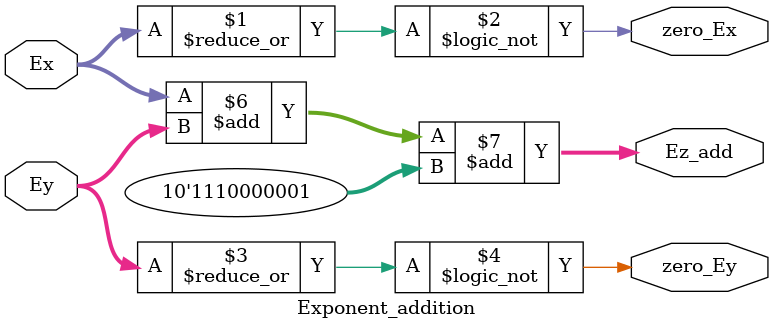
<source format=v>
module Exponent_addition 
(
input 	wire 	[7:0]	Ex,Ey, 
output  wire             zero_Ex,zero_Ey,
output  reg     [9:0]        Ez_add
//output  reg                zero_caseflag

);

//reg   [8:0]     Ez;

assign zero_Ex = ~| Ex ;
assign zero_Ey = ~| Ey ;


always @ (*) 
	begin
		Ez_add = Ex + Ey + 10'b 1110000001 ;
		
	/*	if (Ez < -8'd23)    to be handeld in exception block 
			begin 
				Ez_add = 8'b0;
				zero_caseflag= 1'b1;
			end
		else 3
			begin
				Ez_add = Ez[7:0];
				zero_caseflag= 1'b0;
			end
	*/
	
	end


endmodule
</source>
